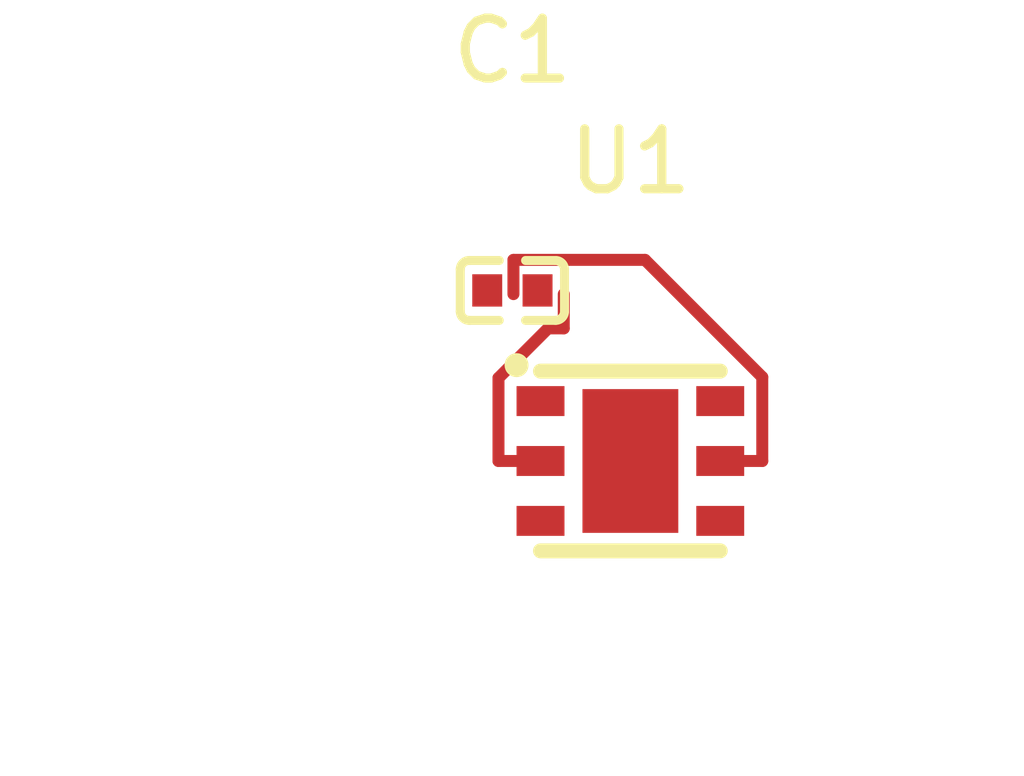
<source format=kicad_pcb>
(kicad_pcb (version 20241229) (generator "pcbnew") (generator_version "9.0")
  (layers (0 "F.Cu" signal) (2 "B.Cu" signal) (13 "F.Paste" user) (15 "B.Paste" user) (5 "F.SilkS" user "F.Silkscreen") (7 "B.SilkS" user "B.Silkscreen") (1 "F.Mask" user) (3 "B.Mask" user) (25 "Edge.Cuts" user))
  (net 0 "")
  (net 1 "i2c_scl")
  (net 2 "ep")
  (net 3 "gnd")
  (net 4 "int_pin")
  (net 5 "i2c_sda")
  (net 6 "vcc")
  (net 7 "addr")
  (footprint "Texas_Instruments_HDC2080DMBR:WSON-6_L3.0-W3.0-P1.00-TL-EP" (layer "F.Cu") (at 100 100)
    (property "Reference" "U1" (at 0 -5 0) (layer "F.SilkS"))
    (property "Value" "")
    (fp_line (start 1.5 -1.5) (end -1.5 -1.5) (stroke (width 0.25)) (layer "F.SilkS"))
    (fp_line (start 1.5 1.5) (end -1.5 1.5) (stroke (width 0.25)) (layer "F.SilkS"))
    (fp_circle (center -1.9 -1.6) (end -1.8 -1.6) (stroke (width 0.2)) (fill no) (layer "F.SilkS"))
    (fp_text user "${REFERENCE}" (at 0 -5 0) (layer "F.SilkS"))
    (pad "1" smd rect (at -1.5 -1 90) (size 0.5 0.8) (layers "F.Cu" "F.Mask" "F.Paste") (net 5 "i2c_sda"))
    (pad "2" smd rect (at -1.5 0 90) (size 0.5 0.8) (layers "F.Cu" "F.Mask" "F.Paste") (net 3 "gnd"))
    (pad "3" smd rect (at -1.5 1 90) (size 0.5 0.8) (layers "F.Cu" "F.Mask" "F.Paste") (net 7 "addr"))
    (pad "4" smd rect (at 1.5 1 90) (size 0.5 0.8) (layers "F.Cu" "F.Mask" "F.Paste") (net 4 "int_pin"))
    (pad "5" smd rect (at 1.5 0 90) (size 0.5 0.8) (layers "F.Cu" "F.Mask" "F.Paste") (net 6 "vcc"))
    (pad "6" smd rect (at 1.5 -1 90) (size 0.5 0.8) (layers "F.Cu" "F.Mask" "F.Paste") (net 1 "i2c_scl"))
    (pad "7" smd rect (at 0 0 90) (size 2.4 1.6) (layers "F.Cu" "F.Mask" "F.Paste") (net 2 "ep"))
  )
  (footprint "Samsung_Electro_Mechanics_CL05B104KO5NNNC:C0402" (layer "F.Cu") (at 98.030384 97.152703)
    (property "Reference" "C1" (at 0 -4 0) (layer "F.SilkS"))
    (property "Value" "100nF ±10% 16V X7R")
    (fp_line (start -0.87 0.35) (end -0.87 -0.35) (stroke (width 0.15)) (layer "F.SilkS"))
    (fp_line (start -0.72 -0.5) (end -0.22 -0.5) (stroke (width 0.15)) (layer "F.SilkS"))
    (fp_line (start -0.22 0.5) (end -0.72 0.5) (stroke (width 0.15)) (layer "F.SilkS"))
    (fp_line (start 0.22 -0.5) (end 0.72 -0.5) (stroke (width 0.15)) (layer "F.SilkS"))
    (fp_line (start 0.72 0.5) (end 0.22 0.5) (stroke (width 0.15)) (layer "F.SilkS"))
    (fp_line (start 0.87 -0.35) (end 0.87 0.35) (stroke (width 0.15)) (layer "F.SilkS"))
    (fp_arc (start -0.87 -0.35) (mid -0.826066 -0.456066) (end -0.72 -0.5) (stroke (width 0.15)) (layer "F.SilkS"))
    (fp_arc (start -0.72 0.5) (mid -0.826066 0.456066) (end -0.87 0.35) (stroke (width 0.15)) (layer "F.SilkS"))
    (fp_arc (start 0.72 -0.5) (mid 0.826066 -0.456066) (end 0.87 -0.35) (stroke (width 0.15)) (layer "F.SilkS"))
    (fp_arc (start 0.87 0.35) (mid 0.826066 0.456066) (end 0.72 0.5) (stroke (width 0.15)) (layer "F.SilkS"))
    (fp_text user "${REFERENCE}" (at 0 -4 0) (layer "F.SilkS"))
    (pad "1" smd rect (at -0.42 0) (size 0.5 0.54) (layers "F.Cu" "F.Mask" "F.Paste") (net 6 "vcc"))
    (pad "2" smd rect (at 0.42 0) (size 0.5 0.54) (layers "F.Cu" "F.Mask" "F.Paste") (net 3 "gnd"))
  )
  (segment (start 97.7983 98.6141) (end 98.6263 97.7861) (width 0.2) (layer "F.Cu") (net 3))
  (segment (start 97.7983 100) (end 97.7983 98.6141) (width 0.2) (layer "F.Cu") (net 3))
  (segment (start 98.6263 97.7861) (end 98.8879 97.7861) (width 0.2) (layer "F.Cu") (net 3))
  (segment (start 98.8879 97.2144) (end 98.8879 97.7861) (width 0.2) (layer "F.Cu") (net 3))
  (segment (start 98.5 100) (end 97.7983 100) (width 0.2) (layer "F.Cu") (net 3))
  (segment (start 102.2017 98.6) (end 100.2444 96.6427) (width 0.2) (layer "F.Cu") (net 6))
  (segment (start 98.0479 97.2144) (end 98.0479 96.6427) (width 0.2) (layer "F.Cu") (net 6))
  (segment (start 100.2444 96.6427) (end 98.0479 96.6427) (width 0.2) (layer "F.Cu") (net 6))
  (segment (start 102.2017 100) (end 102.2017 98.6) (width 0.2) (layer "F.Cu") (net 6))
  (segment (start 101.5 100) (end 102.2017 100) (width 0.2) (layer "F.Cu") (net 6))
)
</source>
